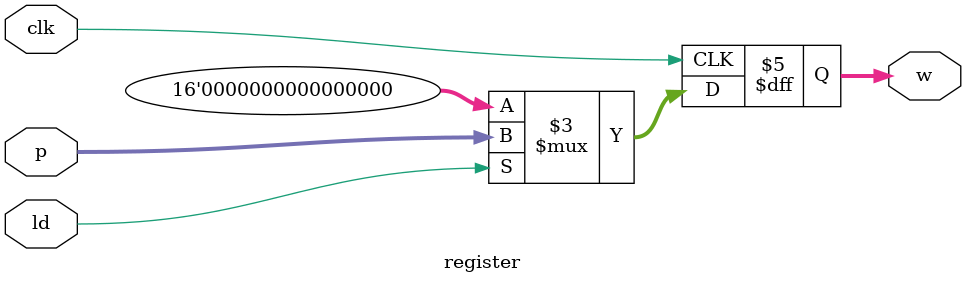
<source format=v>
module register (input [15:0]p,input clk,ld,output reg [15:0]w);
  always @(posedge clk)
  begin:my_loop
    if (ld)w<=p;
	 else w<=16'b0000000000000000;
	
  end
endmodule

</source>
